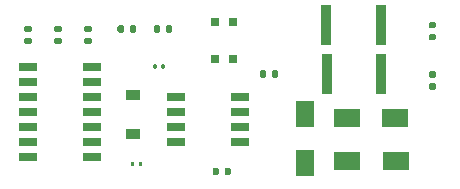
<source format=gbr>
%TF.GenerationSoftware,KiCad,Pcbnew,(5.1.10)-1*%
%TF.CreationDate,2021-09-03T08:50:30-07:00*%
%TF.ProjectId,Max 485 transmitter,4d617820-3438-4352-9074-72616e736d69,rev?*%
%TF.SameCoordinates,Original*%
%TF.FileFunction,Paste,Top*%
%TF.FilePolarity,Positive*%
%FSLAX46Y46*%
G04 Gerber Fmt 4.6, Leading zero omitted, Abs format (unit mm)*
G04 Created by KiCad (PCBNEW (5.1.10)-1) date 2021-09-03 08:50:30*
%MOMM*%
%LPD*%
G01*
G04 APERTURE LIST*
%ADD10R,0.850000X3.430000*%
%ADD11R,0.850000X3.430001*%
%ADD12R,1.550000X2.200000*%
%ADD13R,2.200000X1.550000*%
%ADD14R,1.500000X0.650000*%
%ADD15R,1.550000X0.700000*%
%ADD16R,0.800000X0.800000*%
%ADD17R,1.200000X0.900000*%
G04 APERTURE END LIST*
D10*
%TO.C,F101*%
X137193000Y-49781500D03*
D11*
X132593000Y-49781500D03*
%TD*%
D12*
%TO.C,D103*%
X130810000Y-57393400D03*
X130810000Y-61493400D03*
%TD*%
D13*
%TO.C,D104*%
X138441000Y-57708800D03*
X134341000Y-57708800D03*
%TD*%
%TO.C,D105*%
X134366000Y-61341000D03*
X138466000Y-61341000D03*
%TD*%
%TO.C,R9*%
G36*
G01*
X141765000Y-50100900D02*
X141395000Y-50100900D01*
G75*
G02*
X141260000Y-49965900I0J135000D01*
G01*
X141260000Y-49695900D01*
G75*
G02*
X141395000Y-49560900I135000J0D01*
G01*
X141765000Y-49560900D01*
G75*
G02*
X141900000Y-49695900I0J-135000D01*
G01*
X141900000Y-49965900D01*
G75*
G02*
X141765000Y-50100900I-135000J0D01*
G01*
G37*
G36*
G01*
X141765000Y-51120900D02*
X141395000Y-51120900D01*
G75*
G02*
X141260000Y-50985900I0J135000D01*
G01*
X141260000Y-50715900D01*
G75*
G02*
X141395000Y-50580900I135000J0D01*
G01*
X141765000Y-50580900D01*
G75*
G02*
X141900000Y-50715900I0J-135000D01*
G01*
X141900000Y-50985900D01*
G75*
G02*
X141765000Y-51120900I-135000J0D01*
G01*
G37*
%TD*%
%TO.C,R8*%
G36*
G01*
X118985000Y-50350000D02*
X118985000Y-49980000D01*
G75*
G02*
X119120000Y-49845000I135000J0D01*
G01*
X119390000Y-49845000D01*
G75*
G02*
X119525000Y-49980000I0J-135000D01*
G01*
X119525000Y-50350000D01*
G75*
G02*
X119390000Y-50485000I-135000J0D01*
G01*
X119120000Y-50485000D01*
G75*
G02*
X118985000Y-50350000I0J135000D01*
G01*
G37*
G36*
G01*
X117965000Y-50350000D02*
X117965000Y-49980000D01*
G75*
G02*
X118100000Y-49845000I135000J0D01*
G01*
X118370000Y-49845000D01*
G75*
G02*
X118505000Y-49980000I0J-135000D01*
G01*
X118505000Y-50350000D01*
G75*
G02*
X118370000Y-50485000I-135000J0D01*
G01*
X118100000Y-50485000D01*
G75*
G02*
X117965000Y-50350000I0J135000D01*
G01*
G37*
%TD*%
%TO.C,R7*%
G36*
G01*
X115935000Y-50350000D02*
X115935000Y-49980000D01*
G75*
G02*
X116070000Y-49845000I135000J0D01*
G01*
X116340000Y-49845000D01*
G75*
G02*
X116475000Y-49980000I0J-135000D01*
G01*
X116475000Y-50350000D01*
G75*
G02*
X116340000Y-50485000I-135000J0D01*
G01*
X116070000Y-50485000D01*
G75*
G02*
X115935000Y-50350000I0J135000D01*
G01*
G37*
G36*
G01*
X114915000Y-50350000D02*
X114915000Y-49980000D01*
G75*
G02*
X115050000Y-49845000I135000J0D01*
G01*
X115320000Y-49845000D01*
G75*
G02*
X115455000Y-49980000I0J-135000D01*
G01*
X115455000Y-50350000D01*
G75*
G02*
X115320000Y-50485000I-135000J0D01*
G01*
X115050000Y-50485000D01*
G75*
G02*
X114915000Y-50350000I0J135000D01*
G01*
G37*
%TD*%
%TO.C,R5*%
G36*
G01*
X112580000Y-50435000D02*
X112210000Y-50435000D01*
G75*
G02*
X112075000Y-50300000I0J135000D01*
G01*
X112075000Y-50030000D01*
G75*
G02*
X112210000Y-49895000I135000J0D01*
G01*
X112580000Y-49895000D01*
G75*
G02*
X112715000Y-50030000I0J-135000D01*
G01*
X112715000Y-50300000D01*
G75*
G02*
X112580000Y-50435000I-135000J0D01*
G01*
G37*
G36*
G01*
X112580000Y-51455000D02*
X112210000Y-51455000D01*
G75*
G02*
X112075000Y-51320000I0J135000D01*
G01*
X112075000Y-51050000D01*
G75*
G02*
X112210000Y-50915000I135000J0D01*
G01*
X112580000Y-50915000D01*
G75*
G02*
X112715000Y-51050000I0J-135000D01*
G01*
X112715000Y-51320000D01*
G75*
G02*
X112580000Y-51455000I-135000J0D01*
G01*
G37*
%TD*%
%TO.C,R4*%
G36*
G01*
X109670000Y-50915000D02*
X110040000Y-50915000D01*
G75*
G02*
X110175000Y-51050000I0J-135000D01*
G01*
X110175000Y-51320000D01*
G75*
G02*
X110040000Y-51455000I-135000J0D01*
G01*
X109670000Y-51455000D01*
G75*
G02*
X109535000Y-51320000I0J135000D01*
G01*
X109535000Y-51050000D01*
G75*
G02*
X109670000Y-50915000I135000J0D01*
G01*
G37*
G36*
G01*
X109670000Y-49895000D02*
X110040000Y-49895000D01*
G75*
G02*
X110175000Y-50030000I0J-135000D01*
G01*
X110175000Y-50300000D01*
G75*
G02*
X110040000Y-50435000I-135000J0D01*
G01*
X109670000Y-50435000D01*
G75*
G02*
X109535000Y-50300000I0J135000D01*
G01*
X109535000Y-50030000D01*
G75*
G02*
X109670000Y-49895000I135000J0D01*
G01*
G37*
%TD*%
%TO.C,R3*%
G36*
G01*
X107130000Y-50915000D02*
X107500000Y-50915000D01*
G75*
G02*
X107635000Y-51050000I0J-135000D01*
G01*
X107635000Y-51320000D01*
G75*
G02*
X107500000Y-51455000I-135000J0D01*
G01*
X107130000Y-51455000D01*
G75*
G02*
X106995000Y-51320000I0J135000D01*
G01*
X106995000Y-51050000D01*
G75*
G02*
X107130000Y-50915000I135000J0D01*
G01*
G37*
G36*
G01*
X107130000Y-49895000D02*
X107500000Y-49895000D01*
G75*
G02*
X107635000Y-50030000I0J-135000D01*
G01*
X107635000Y-50300000D01*
G75*
G02*
X107500000Y-50435000I-135000J0D01*
G01*
X107130000Y-50435000D01*
G75*
G02*
X106995000Y-50300000I0J135000D01*
G01*
X106995000Y-50030000D01*
G75*
G02*
X107130000Y-49895000I135000J0D01*
G01*
G37*
%TD*%
%TO.C,R2*%
G36*
G01*
X123505000Y-62045000D02*
X123505000Y-62415000D01*
G75*
G02*
X123370000Y-62550000I-135000J0D01*
G01*
X123100000Y-62550000D01*
G75*
G02*
X122965000Y-62415000I0J135000D01*
G01*
X122965000Y-62045000D01*
G75*
G02*
X123100000Y-61910000I135000J0D01*
G01*
X123370000Y-61910000D01*
G75*
G02*
X123505000Y-62045000I0J-135000D01*
G01*
G37*
G36*
G01*
X124525000Y-62045000D02*
X124525000Y-62415000D01*
G75*
G02*
X124390000Y-62550000I-135000J0D01*
G01*
X124120000Y-62550000D01*
G75*
G02*
X123985000Y-62415000I0J135000D01*
G01*
X123985000Y-62045000D01*
G75*
G02*
X124120000Y-61910000I135000J0D01*
G01*
X124390000Y-61910000D01*
G75*
G02*
X124525000Y-62045000I0J-135000D01*
G01*
G37*
%TD*%
%TO.C,R1*%
G36*
G01*
X128000000Y-54160000D02*
X128000000Y-53790000D01*
G75*
G02*
X128135000Y-53655000I135000J0D01*
G01*
X128405000Y-53655000D01*
G75*
G02*
X128540000Y-53790000I0J-135000D01*
G01*
X128540000Y-54160000D01*
G75*
G02*
X128405000Y-54295000I-135000J0D01*
G01*
X128135000Y-54295000D01*
G75*
G02*
X128000000Y-54160000I0J135000D01*
G01*
G37*
G36*
G01*
X126980000Y-54160000D02*
X126980000Y-53790000D01*
G75*
G02*
X127115000Y-53655000I135000J0D01*
G01*
X127385000Y-53655000D01*
G75*
G02*
X127520000Y-53790000I0J-135000D01*
G01*
X127520000Y-54160000D01*
G75*
G02*
X127385000Y-54295000I-135000J0D01*
G01*
X127115000Y-54295000D01*
G75*
G02*
X126980000Y-54160000I0J135000D01*
G01*
G37*
%TD*%
%TO.C,R0*%
G36*
G01*
X141765000Y-54268400D02*
X141395000Y-54268400D01*
G75*
G02*
X141260000Y-54133400I0J135000D01*
G01*
X141260000Y-53863400D01*
G75*
G02*
X141395000Y-53728400I135000J0D01*
G01*
X141765000Y-53728400D01*
G75*
G02*
X141900000Y-53863400I0J-135000D01*
G01*
X141900000Y-54133400D01*
G75*
G02*
X141765000Y-54268400I-135000J0D01*
G01*
G37*
G36*
G01*
X141765000Y-55288400D02*
X141395000Y-55288400D01*
G75*
G02*
X141260000Y-55153400I0J135000D01*
G01*
X141260000Y-54883400D01*
G75*
G02*
X141395000Y-54748400I135000J0D01*
G01*
X141765000Y-54748400D01*
G75*
G02*
X141900000Y-54883400I0J-135000D01*
G01*
X141900000Y-55153400D01*
G75*
G02*
X141765000Y-55288400I-135000J0D01*
G01*
G37*
%TD*%
D14*
%TO.C,IC102*%
X125255000Y-55880000D03*
X125255000Y-57150000D03*
X125255000Y-58420000D03*
X125255000Y-59690000D03*
X119855000Y-59690000D03*
X119855000Y-58420000D03*
X119855000Y-57150000D03*
X119855000Y-55880000D03*
%TD*%
D15*
%TO.C,IC101*%
X112765000Y-53340000D03*
X112765000Y-54610000D03*
X112765000Y-55880000D03*
X112765000Y-57150000D03*
X112765000Y-58420000D03*
X112765000Y-59690000D03*
X112765000Y-60960000D03*
X107315000Y-60960000D03*
X107315000Y-59690000D03*
X107315000Y-58420000D03*
X107315000Y-57150000D03*
X107315000Y-55880000D03*
X107315000Y-54610000D03*
X107315000Y-53340000D03*
%TD*%
D10*
%TO.C,F102*%
X137215000Y-53975000D03*
X132615000Y-53975000D03*
%TD*%
D16*
%TO.C,D102*%
X123190000Y-49530000D03*
X124690000Y-49530000D03*
%TD*%
%TO.C,D101*%
X123190000Y-52705000D03*
X124690000Y-52705000D03*
%TD*%
D17*
%TO.C,D1*%
X116205000Y-55755000D03*
X116205000Y-59055000D03*
%TD*%
%TO.C,C2*%
G36*
G01*
X116706000Y-61695500D02*
X116706000Y-61494500D01*
G75*
G02*
X116785500Y-61415000I79500J0D01*
G01*
X116944500Y-61415000D01*
G75*
G02*
X117024000Y-61494500I0J-79500D01*
G01*
X117024000Y-61695500D01*
G75*
G02*
X116944500Y-61775000I-79500J0D01*
G01*
X116785500Y-61775000D01*
G75*
G02*
X116706000Y-61695500I0J79500D01*
G01*
G37*
G36*
G01*
X116016000Y-61695500D02*
X116016000Y-61494500D01*
G75*
G02*
X116095500Y-61415000I79500J0D01*
G01*
X116254500Y-61415000D01*
G75*
G02*
X116334000Y-61494500I0J-79500D01*
G01*
X116334000Y-61695500D01*
G75*
G02*
X116254500Y-61775000I-79500J0D01*
G01*
X116095500Y-61775000D01*
G75*
G02*
X116016000Y-61695500I0J79500D01*
G01*
G37*
%TD*%
%TO.C,C1*%
G36*
G01*
X118616000Y-53440500D02*
X118616000Y-53239500D01*
G75*
G02*
X118695500Y-53160000I79500J0D01*
G01*
X118854500Y-53160000D01*
G75*
G02*
X118934000Y-53239500I0J-79500D01*
G01*
X118934000Y-53440500D01*
G75*
G02*
X118854500Y-53520000I-79500J0D01*
G01*
X118695500Y-53520000D01*
G75*
G02*
X118616000Y-53440500I0J79500D01*
G01*
G37*
G36*
G01*
X117926000Y-53440500D02*
X117926000Y-53239500D01*
G75*
G02*
X118005500Y-53160000I79500J0D01*
G01*
X118164500Y-53160000D01*
G75*
G02*
X118244000Y-53239500I0J-79500D01*
G01*
X118244000Y-53440500D01*
G75*
G02*
X118164500Y-53520000I-79500J0D01*
G01*
X118005500Y-53520000D01*
G75*
G02*
X117926000Y-53440500I0J79500D01*
G01*
G37*
%TD*%
M02*

</source>
